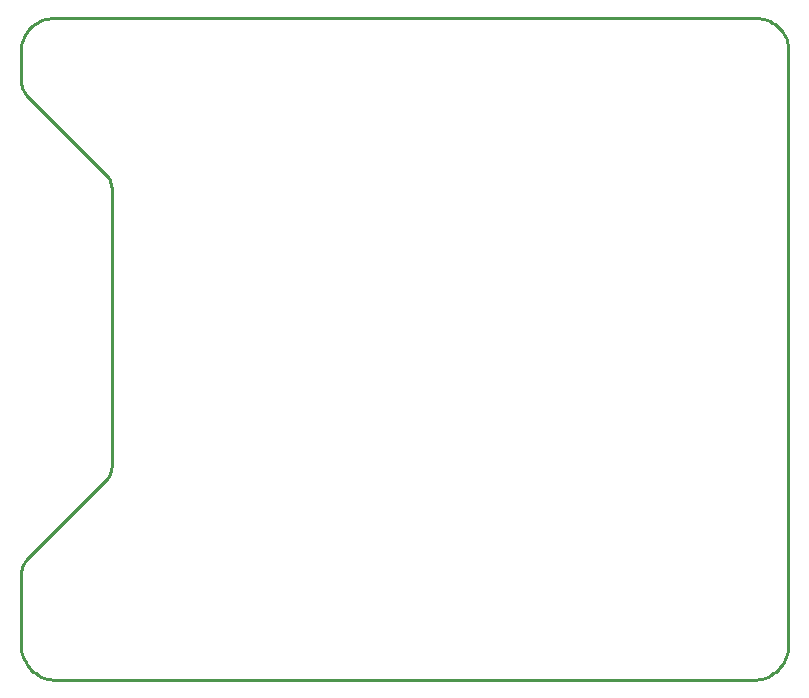
<source format=gbr>
G04 EAGLE Gerber RS-274X export*
G75*
%MOMM*%
%FSLAX34Y34*%
%LPD*%
%IN*%
%IPPOS*%
%AMOC8*
5,1,8,0,0,1.08239X$1,22.5*%
G01*
G04 Define Apertures*
%ADD10C,0.254000*%
D10*
X0Y30000D02*
X114Y27385D01*
X456Y24791D01*
X1022Y22235D01*
X1809Y19739D01*
X2811Y17321D01*
X4019Y15000D01*
X5425Y12793D01*
X7019Y10716D01*
X8787Y8787D01*
X10716Y7019D01*
X12793Y5425D01*
X15000Y4019D01*
X17321Y2811D01*
X19739Y1809D01*
X22235Y1022D01*
X24791Y456D01*
X27385Y114D01*
X30000Y0D01*
X620000Y0D01*
X622615Y114D01*
X625209Y456D01*
X627765Y1022D01*
X630261Y1809D01*
X632679Y2811D01*
X635000Y4019D01*
X637207Y5425D01*
X639284Y7019D01*
X641213Y8787D01*
X642981Y10716D01*
X644575Y12793D01*
X645981Y15000D01*
X647189Y17321D01*
X648191Y19739D01*
X648978Y22235D01*
X649544Y24791D01*
X649886Y27385D01*
X650000Y30000D01*
X650000Y535000D01*
X649677Y537387D01*
X649148Y539737D01*
X648416Y542032D01*
X647487Y544255D01*
X646367Y546388D01*
X645066Y548415D01*
X643593Y550321D01*
X641959Y552092D01*
X640178Y553713D01*
X638262Y555173D01*
X636225Y556461D01*
X634085Y557566D01*
X631856Y558480D01*
X629556Y559197D01*
X627203Y559710D01*
X624813Y560016D01*
X622406Y560113D01*
X620000Y560000D01*
X30000Y560000D01*
X27594Y560113D01*
X25187Y560016D01*
X22797Y559710D01*
X20444Y559197D01*
X18144Y558480D01*
X15915Y557566D01*
X13775Y556461D01*
X11738Y555173D01*
X9822Y553713D01*
X8041Y552092D01*
X6407Y550321D01*
X4934Y548415D01*
X3633Y546388D01*
X2514Y544255D01*
X1584Y542032D01*
X852Y539737D01*
X323Y537387D01*
X0Y535000D01*
X0Y507821D01*
X72Y506163D01*
X289Y504518D01*
X648Y502898D01*
X1147Y501316D01*
X1782Y499783D01*
X2548Y498312D01*
X3439Y496912D01*
X4449Y495596D01*
X5570Y494373D01*
X71246Y428697D01*
X72425Y427410D01*
X73487Y426026D01*
X74425Y424554D01*
X75230Y423007D01*
X75898Y421395D01*
X76423Y419731D01*
X76800Y418027D01*
X77028Y416298D01*
X77104Y414554D01*
X77104Y182416D01*
X77028Y180673D01*
X76800Y178943D01*
X76423Y177239D01*
X75898Y175575D01*
X75230Y173964D01*
X74425Y172416D01*
X73487Y170944D01*
X72425Y169560D01*
X71246Y168274D01*
X5858Y102885D01*
X4679Y101599D01*
X3617Y100215D01*
X2680Y98743D01*
X1874Y97195D01*
X1206Y95583D01*
X681Y93919D01*
X304Y92216D01*
X76Y90486D01*
X0Y88743D01*
X0Y30000D01*
M02*

</source>
